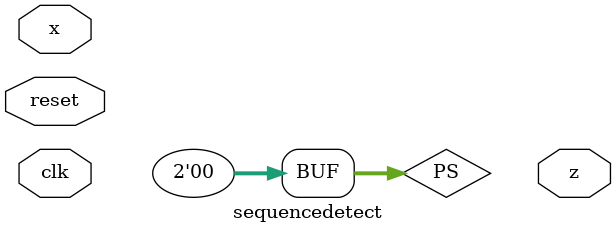
<source format=v>
module sequencedetect(x,clk,z,reset);
input x,clk,reset;
output z;

parameter S0=0,S1=1,S2=2,S3=3;
reg [0:1]PS, NS;
always@(posedge clk or posedge reset)
if(reset)
PS<=S0;
else PS<=NS;
always@(PS,x)
case(PS)

S0:begin
z<=x?0:0;
NS<=x? S0:S1;
end
S1:begin
z<=x?0:0;
NS<=x?S2:S1;
end
S2:begin
z<=x?0:0;
NS<=x?S3:S1;
end
S3:begin
z<=x?0:1;
NS<=x?S0:S1;
end
default: PS<=S0;
endcase
endmodule
</source>
